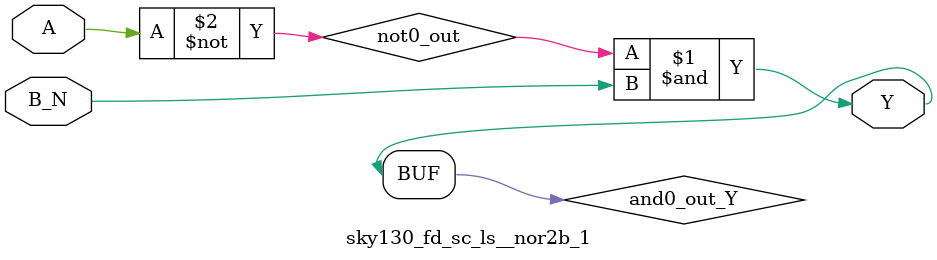
<source format=v>
/*
 * Copyright 2020 The SkyWater PDK Authors
 *
 * Licensed under the Apache License, Version 2.0 (the "License");
 * you may not use this file except in compliance with the License.
 * You may obtain a copy of the License at
 *
 *     https://www.apache.org/licenses/LICENSE-2.0
 *
 * Unless required by applicable law or agreed to in writing, software
 * distributed under the License is distributed on an "AS IS" BASIS,
 * WITHOUT WARRANTIES OR CONDITIONS OF ANY KIND, either express or implied.
 * See the License for the specific language governing permissions and
 * limitations under the License.
 *
 * SPDX-License-Identifier: Apache-2.0
*/


`ifndef SKY130_FD_SC_LS__NOR2B_1_FUNCTIONAL_V
`define SKY130_FD_SC_LS__NOR2B_1_FUNCTIONAL_V

/**
 * nor2b: 2-input NOR, first input inverted.
 *
 *        Y = !(A | B | C | !D)
 *
 * Verilog simulation functional model.
 */

`timescale 1ns / 1ps
`default_nettype none

`celldefine
module sky130_fd_sc_ls__nor2b_1 (
    Y  ,
    A  ,
    B_N
);

    // Module ports
    output Y  ;
    input  A  ;
    input  B_N;

    // Local signals
    wire not0_out  ;
    wire and0_out_Y;

    //  Name  Output      Other arguments
    not not0 (not0_out  , A              );
    and and0 (and0_out_Y, not0_out, B_N  );
    buf buf0 (Y         , and0_out_Y     );

endmodule
`endcelldefine

`default_nettype wire
`endif  // SKY130_FD_SC_LS__NOR2B_1_FUNCTIONAL_V

</source>
